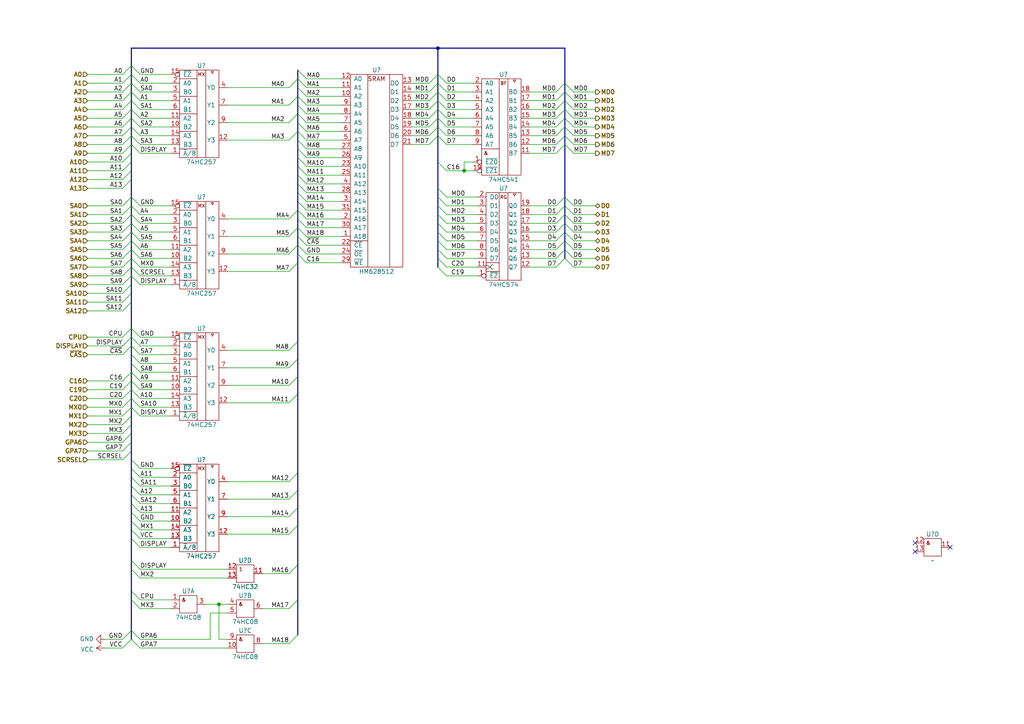
<source format=kicad_sch>
(kicad_sch (version 20211123) (generator eeschema)
  (paper "A4")
  (bus_alias "MADDRESS" (members "MA0" "MA1" "MA2" "MA3" "MA4" "MA5" "MA6" "MA7" "MA8" "MA9" "MA10" "MA11" "MA12" "MA13" "MA14" "MA15" "MA16" "MA17" "MA18"))
  (junction (at 134.62 49.53))
  (junction (at 63.5 175.26))
  (junction (at 127 13.97))
  (no_connect (at 265.43 160.02))
  (no_connect (at 275.59 158.75))
  (no_connect (at 265.43 157.48))
  (bus_entry (at 38.1 135.89) (size 2.54 2.54))
  (bus_entry (at 38.1 77.47) (size 2.54 2.54))
  (bus_entry (at 127 74.93) (size 2.54 2.54))
  (bus_entry (at 38.1 82.55) (size -2.54 2.54))
  (bus_entry (at 38.1 85.09) (size -2.54 2.54))
  (bus_entry (at 161.29 72.39) (size 2.54 -2.54))
  (bus_entry (at 127 62.23) (size 2.54 2.54))
  (bus_entry (at 83.82 101.6) (size 2.54 -2.54))
  (bus_entry (at 83.82 35.56) (size 2.54 -2.54))
  (bus_entry (at 161.29 44.45) (size 2.54 -2.54))
  (bus_entry (at 83.82 63.5) (size 2.54 -2.54))
  (bus_entry (at 38.1 133.35) (size 2.54 2.54))
  (bus_entry (at 35.56 125.73) (size 2.54 -2.54))
  (bus_entry (at 166.37 64.77) (size -2.54 -2.54))
  (bus_entry (at 86.36 48.26) (size 2.54 2.54))
  (bus_entry (at 38.1 151.13) (size 2.54 2.54))
  (bus_entry (at 38.1 24.13) (size -2.54 2.54))
  (bus_entry (at 38.1 19.05) (size 2.54 2.54))
  (bus_entry (at 86.36 33.02) (size 2.54 2.54))
  (bus_entry (at 38.1 110.49) (size 2.54 2.54))
  (bus_entry (at 86.36 73.66) (size 2.54 2.54))
  (bus_entry (at 86.36 63.5) (size 2.54 2.54))
  (bus_entry (at 38.1 87.63) (size -2.54 2.54))
  (bus_entry (at 38.1 148.59) (size 2.54 2.54))
  (bus_entry (at 38.1 31.75) (size -2.54 2.54))
  (bus_entry (at 38.1 107.95) (size -2.54 2.54))
  (bus_entry (at 38.1 67.31) (size -2.54 2.54))
  (bus_entry (at 163.83 34.29) (size 2.54 2.54))
  (bus_entry (at 86.36 68.58) (size 2.54 2.54))
  (bus_entry (at 38.1 80.01) (size -2.54 2.54))
  (bus_entry (at 38.1 21.59) (size -2.54 2.54))
  (bus_entry (at 127 54.61) (size 2.54 2.54))
  (bus_entry (at 38.1 115.57) (size 2.54 2.54))
  (bus_entry (at 38.1 59.69) (size 2.54 2.54))
  (bus_entry (at 38.1 46.99) (size -2.54 2.54))
  (bus_entry (at 35.56 130.81) (size 2.54 -2.54))
  (bus_entry (at 38.1 21.59) (size 2.54 2.54))
  (bus_entry (at 163.83 36.83) (size 2.54 2.54))
  (bus_entry (at 86.36 55.88) (size 2.54 2.54))
  (bus_entry (at 83.82 111.76) (size 2.54 -2.54))
  (bus_entry (at 38.1 57.15) (size 2.54 2.54))
  (bus_entry (at 38.1 138.43) (size 2.54 2.54))
  (bus_entry (at 86.36 53.34) (size 2.54 2.54))
  (bus_entry (at 166.37 77.47) (size -2.54 -2.54))
  (bus_entry (at 38.1 80.01) (size 2.54 2.54))
  (bus_entry (at 38.1 146.05) (size 2.54 2.54))
  (bus_entry (at 161.29 34.29) (size 2.54 -2.54))
  (bus_entry (at 38.1 41.91) (size 2.54 2.54))
  (bus_entry (at 161.29 67.31) (size 2.54 -2.54))
  (bus_entry (at 166.37 62.23) (size -2.54 -2.54))
  (bus_entry (at 127 69.85) (size 2.54 2.54))
  (bus_entry (at 38.1 49.53) (size -2.54 2.54))
  (bus_entry (at 86.36 71.12) (size 2.54 2.54))
  (bus_entry (at 83.82 106.68) (size 2.54 -2.54))
  (bus_entry (at 38.1 62.23) (size 2.54 2.54))
  (bus_entry (at 38.1 34.29) (size -2.54 2.54))
  (bus_entry (at 38.1 59.69) (size -2.54 2.54))
  (bus_entry (at 38.1 118.11) (size -2.54 2.54))
  (bus_entry (at 38.1 97.79) (size -2.54 2.54))
  (bus_entry (at 166.37 67.31) (size -2.54 -2.54))
  (bus_entry (at 83.82 176.53) (size 2.54 -2.54))
  (bus_entry (at 86.36 58.42) (size 2.54 2.54))
  (bus_entry (at 83.82 78.74) (size 2.54 -2.54))
  (bus_entry (at 38.1 153.67) (size 2.54 2.54))
  (bus_entry (at 38.1 156.21) (size 2.54 2.54))
  (bus_entry (at 161.29 59.69) (size 2.54 -2.54))
  (bus_entry (at 83.82 139.7) (size 2.54 -2.54))
  (bus_entry (at 161.29 36.83) (size 2.54 -2.54))
  (bus_entry (at 163.83 29.21) (size 2.54 2.54))
  (bus_entry (at 38.1 95.25) (size -2.54 2.54))
  (bus_entry (at 163.83 26.67) (size 2.54 2.54))
  (bus_entry (at 38.1 72.39) (size 2.54 2.54))
  (bus_entry (at 35.56 187.96) (size 2.54 -2.54))
  (bus_entry (at 161.29 29.21) (size 2.54 -2.54))
  (bus_entry (at 127 72.39) (size 2.54 2.54))
  (bus_entry (at 38.1 74.93) (size 2.54 2.54))
  (bus_entry (at 127 46.99) (size 2.54 2.54))
  (bus_entry (at 86.36 38.1) (size 2.54 2.54))
  (bus_entry (at 38.1 115.57) (size -2.54 2.54))
  (bus_entry (at 38.1 39.37) (size 2.54 2.54))
  (bus_entry (at 38.1 100.33) (size -2.54 2.54))
  (bus_entry (at 161.29 39.37) (size 2.54 -2.54))
  (bus_entry (at 163.83 24.13) (size 2.54 2.54))
  (bus_entry (at 86.36 35.56) (size 2.54 2.54))
  (bus_entry (at 35.56 128.27) (size 2.54 -2.54))
  (bus_entry (at 38.1 69.85) (size 2.54 2.54))
  (bus_entry (at 83.82 25.4) (size 2.54 -2.54))
  (bus_entry (at 83.82 154.94) (size 2.54 -2.54))
  (bus_entry (at 127 39.37) (size -2.54 2.54))
  (bus_entry (at 127 21.59) (size -2.54 2.54))
  (bus_entry (at 127 24.13) (size -2.54 2.54))
  (bus_entry (at 127 26.67) (size -2.54 2.54))
  (bus_entry (at 127 29.21) (size -2.54 2.54))
  (bus_entry (at 127 31.75) (size -2.54 2.54))
  (bus_entry (at 127 34.29) (size -2.54 2.54))
  (bus_entry (at 127 36.83) (size -2.54 2.54))
  (bus_entry (at 38.1 110.49) (size -2.54 2.54))
  (bus_entry (at 38.1 173.99) (size 2.54 2.54))
  (bus_entry (at 38.1 182.88) (size 2.54 2.54))
  (bus_entry (at 38.1 171.45) (size 2.54 2.54))
  (bus_entry (at 38.1 162.56) (size 2.54 2.54))
  (bus_entry (at 38.1 165.1) (size 2.54 2.54))
  (bus_entry (at 38.1 185.42) (size 2.54 2.54))
  (bus_entry (at 38.1 62.23) (size -2.54 2.54))
  (bus_entry (at 83.82 40.64) (size 2.54 -2.54))
  (bus_entry (at 86.36 22.86) (size 2.54 2.54))
  (bus_entry (at 127 57.15) (size 2.54 2.54))
  (bus_entry (at 166.37 59.69) (size -2.54 -2.54))
  (bus_entry (at 83.82 30.48) (size 2.54 -2.54))
  (bus_entry (at 38.1 100.33) (size 2.54 2.54))
  (bus_entry (at 86.36 50.8) (size 2.54 2.54))
  (bus_entry (at 86.36 27.94) (size 2.54 2.54))
  (bus_entry (at 38.1 26.67) (size 2.54 2.54))
  (bus_entry (at 83.82 149.86) (size 2.54 -2.54))
  (bus_entry (at 38.1 77.47) (size -2.54 2.54))
  (bus_entry (at 161.29 62.23) (size 2.54 -2.54))
  (bus_entry (at 83.82 166.37) (size 2.54 -2.54))
  (bus_entry (at 38.1 67.31) (size 2.54 2.54))
  (bus_entry (at 86.36 45.72) (size 2.54 2.54))
  (bus_entry (at 161.29 77.47) (size 2.54 -2.54))
  (bus_entry (at 38.1 29.21) (size 2.54 2.54))
  (bus_entry (at 127 67.31) (size 2.54 2.54))
  (bus_entry (at 38.1 105.41) (size 2.54 2.54))
  (bus_entry (at 38.1 107.95) (size 2.54 2.54))
  (bus_entry (at 38.1 44.45) (size -2.54 2.54))
  (bus_entry (at 38.1 69.85) (size -2.54 2.54))
  (bus_entry (at 38.1 113.03) (size 2.54 2.54))
  (bus_entry (at 163.83 39.37) (size 2.54 2.54))
  (bus_entry (at 35.56 185.42) (size 2.54 -2.54))
  (bus_entry (at 38.1 31.75) (size 2.54 2.54))
  (bus_entry (at 38.1 74.93) (size -2.54 2.54))
  (bus_entry (at 38.1 41.91) (size -2.54 2.54))
  (bus_entry (at 163.83 41.91) (size 2.54 2.54))
  (bus_entry (at 161.29 26.67) (size 2.54 -2.54))
  (bus_entry (at 86.36 40.64) (size 2.54 2.54))
  (bus_entry (at 38.1 39.37) (size -2.54 2.54))
  (bus_entry (at 163.83 31.75) (size 2.54 2.54))
  (bus_entry (at 83.82 68.58) (size 2.54 -2.54))
  (bus_entry (at 38.1 36.83) (size 2.54 2.54))
  (bus_entry (at 166.37 72.39) (size -2.54 -2.54))
  (bus_entry (at 38.1 102.87) (size 2.54 2.54))
  (bus_entry (at 38.1 72.39) (size -2.54 2.54))
  (bus_entry (at 86.36 20.32) (size 2.54 2.54))
  (bus_entry (at 38.1 118.11) (size 2.54 2.54))
  (bus_entry (at 161.29 41.91) (size 2.54 -2.54))
  (bus_entry (at 86.36 60.96) (size 2.54 2.54))
  (bus_entry (at 38.1 34.29) (size 2.54 2.54))
  (bus_entry (at 38.1 64.77) (size 2.54 2.54))
  (bus_entry (at 38.1 36.83) (size -2.54 2.54))
  (bus_entry (at 127 59.69) (size 2.54 2.54))
  (bus_entry (at 127 26.67) (size 2.54 2.54))
  (bus_entry (at 127 24.13) (size 2.54 2.54))
  (bus_entry (at 127 21.59) (size 2.54 2.54))
  (bus_entry (at 127 39.37) (size 2.54 2.54))
  (bus_entry (at 127 36.83) (size 2.54 2.54))
  (bus_entry (at 127 34.29) (size 2.54 2.54))
  (bus_entry (at 127 31.75) (size 2.54 2.54))
  (bus_entry (at 127 29.21) (size 2.54 2.54))
  (bus_entry (at 38.1 52.07) (size -2.54 2.54))
  (bus_entry (at 38.1 113.03) (size -2.54 2.54))
  (bus_entry (at 38.1 29.21) (size -2.54 2.54))
  (bus_entry (at 83.82 116.84) (size 2.54 -2.54))
  (bus_entry (at 83.82 144.78) (size 2.54 -2.54))
  (bus_entry (at 161.29 64.77) (size 2.54 -2.54))
  (bus_entry (at 86.36 66.04) (size 2.54 2.54))
  (bus_entry (at 161.29 74.93) (size 2.54 -2.54))
  (bus_entry (at 86.36 25.4) (size 2.54 2.54))
  (bus_entry (at 38.1 26.67) (size -2.54 2.54))
  (bus_entry (at 38.1 64.77) (size -2.54 2.54))
  (bus_entry (at 38.1 130.81) (size -2.54 2.54))
  (bus_entry (at 38.1 120.65) (size -2.54 2.54))
  (bus_entry (at 86.36 30.48) (size 2.54 2.54))
  (bus_entry (at 161.29 31.75) (size 2.54 -2.54))
  (bus_entry (at 38.1 24.13) (size 2.54 2.54))
  (bus_entry (at 166.37 69.85) (size -2.54 -2.54))
  (bus_entry (at 83.82 73.66) (size 2.54 -2.54))
  (bus_entry (at 86.36 43.18) (size 2.54 2.54))
  (bus_entry (at 166.37 74.93) (size -2.54 -2.54))
  (bus_entry (at 127 77.47) (size 2.54 2.54))
  (bus_entry (at 38.1 95.25) (size 2.54 2.54))
  (bus_entry (at 38.1 19.05) (size -2.54 2.54))
  (bus_entry (at 38.1 140.97) (size 2.54 2.54))
  (bus_entry (at 38.1 97.79) (size 2.54 2.54))
  (bus_entry (at 38.1 57.15) (size -2.54 2.54))
  (bus_entry (at 38.1 143.51) (size 2.54 2.54))
  (bus_entry (at 127 64.77) (size 2.54 2.54))
  (bus_entry (at 161.29 69.85) (size 2.54 -2.54))
  (bus_entry (at 83.82 186.69) (size 2.54 -2.54))
  (wire (pts (xy 88.9 76.2) (xy 99.06 76.2)))
  (bus (pts (xy 38.1 140.97) (xy 38.1 143.51)))
  (bus (pts (xy 38.1 85.09) (xy 38.1 87.63)))
  (wire (pts (xy 59.69 175.26) (xy 63.5 175.26)))
  (bus (pts (xy 38.1 69.85) (xy 38.1 72.39)))
  (wire (pts (xy 35.56 67.31) (xy 25.4 67.31)))
  (wire (pts (xy 49.53 62.23) (xy 40.64 62.23)))
  (wire (pts (xy 49.53 64.77) (xy 40.64 64.77)))
  (bus (pts (xy 127 62.23) (xy 127 64.77)))
  (wire (pts (xy 35.56 44.45) (xy 25.4 44.45)))
  (bus (pts (xy 127 29.21) (xy 127 31.75)))
  (wire (pts (xy 88.9 27.94) (xy 99.06 27.94)))
  (bus (pts (xy 86.36 40.64) (xy 86.36 43.18)))
  (wire (pts (xy 35.56 123.19) (xy 25.4 123.19)))
  (wire (pts (xy 49.53 41.91) (xy 40.64 41.91)))
  (bus (pts (xy 86.36 38.1) (xy 86.36 40.64)))
  (bus (pts (xy 163.83 59.69) (xy 163.83 62.23)))
  (bus (pts (xy 38.1 120.65) (xy 38.1 123.19)))
  (bus (pts (xy 38.1 105.41) (xy 38.1 107.95)))
  (wire (pts (xy 153.67 62.23) (xy 161.29 62.23)))
  (bus (pts (xy 38.1 26.67) (xy 38.1 29.21)))
  (wire (pts (xy 88.9 35.56) (xy 99.06 35.56)))
  (bus (pts (xy 163.83 39.37) (xy 163.83 41.91)))
  (bus (pts (xy 127 57.15) (xy 127 59.69)))
  (wire (pts (xy 83.82 111.76) (xy 66.04 111.76)))
  (wire (pts (xy 35.56 130.81) (xy 25.4 130.81)))
  (wire (pts (xy 49.53 29.21) (xy 40.64 29.21)))
  (bus (pts (xy 38.1 138.43) (xy 38.1 140.97)))
  (wire (pts (xy 129.54 72.39) (xy 138.43 72.39)))
  (wire (pts (xy 119.38 31.75) (xy 124.46 31.75)))
  (wire (pts (xy 35.56 31.75) (xy 25.4 31.75)))
  (wire (pts (xy 88.9 60.96) (xy 99.06 60.96)))
  (bus (pts (xy 127 54.61) (xy 127 57.15)))
  (wire (pts (xy 119.38 36.83) (xy 124.46 36.83)))
  (wire (pts (xy 129.54 26.67) (xy 137.16 26.67)))
  (wire (pts (xy 129.54 62.23) (xy 138.43 62.23)))
  (wire (pts (xy 119.38 26.67) (xy 124.46 26.67)))
  (wire (pts (xy 49.53 138.43) (xy 40.64 138.43)))
  (wire (pts (xy 88.9 66.04) (xy 99.06 66.04)))
  (bus (pts (xy 38.1 171.45) (xy 38.1 173.99)))
  (wire (pts (xy 49.53 148.59) (xy 40.64 148.59)))
  (bus (pts (xy 38.1 49.53) (xy 38.1 52.07)))
  (wire (pts (xy 35.56 24.13) (xy 25.4 24.13)))
  (wire (pts (xy 49.53 140.97) (xy 40.64 140.97)))
  (bus (pts (xy 38.1 118.11) (xy 38.1 120.65)))
  (bus (pts (xy 163.83 31.75) (xy 163.83 34.29)))
  (wire (pts (xy 49.53 105.41) (xy 40.64 105.41)))
  (bus (pts (xy 38.1 80.01) (xy 38.1 82.55)))
  (wire (pts (xy 35.56 41.91) (xy 25.4 41.91)))
  (bus (pts (xy 86.36 99.06) (xy 86.36 104.14)))
  (bus (pts (xy 86.36 109.22) (xy 86.36 114.3)))
  (wire (pts (xy 172.72 64.77) (xy 166.37 64.77)))
  (wire (pts (xy 35.56 59.69) (xy 25.4 59.69)))
  (wire (pts (xy 66.04 165.1) (xy 40.64 165.1)))
  (wire (pts (xy 63.5 175.26) (xy 63.5 185.42)))
  (bus (pts (xy 86.36 30.48) (xy 86.36 33.02)))
  (bus (pts (xy 38.1 57.15) (xy 38.1 59.69)))
  (wire (pts (xy 83.82 186.69) (xy 76.2 186.69)))
  (bus (pts (xy 38.1 52.07) (xy 38.1 57.15)))
  (bus (pts (xy 163.83 34.29) (xy 163.83 36.83)))
  (bus (pts (xy 38.1 39.37) (xy 38.1 41.91)))
  (bus (pts (xy 86.36 142.24) (xy 86.36 147.32)))
  (wire (pts (xy 49.53 34.29) (xy 40.64 34.29)))
  (wire (pts (xy 83.82 106.68) (xy 66.04 106.68)))
  (wire (pts (xy 153.67 72.39) (xy 161.29 72.39)))
  (wire (pts (xy 153.67 29.21) (xy 161.29 29.21)))
  (bus (pts (xy 86.36 33.02) (xy 86.36 35.56)))
  (wire (pts (xy 153.67 41.91) (xy 161.29 41.91)))
  (bus (pts (xy 38.1 100.33) (xy 38.1 102.87)))
  (wire (pts (xy 35.56 87.63) (xy 25.4 87.63)))
  (wire (pts (xy 60.96 177.8) (xy 60.96 185.42)))
  (bus (pts (xy 127 13.97) (xy 163.83 13.97)))
  (wire (pts (xy 88.9 40.64) (xy 99.06 40.64)))
  (wire (pts (xy 83.82 144.78) (xy 66.04 144.78)))
  (wire (pts (xy 49.53 113.03) (xy 40.64 113.03)))
  (wire (pts (xy 129.54 31.75) (xy 137.16 31.75)))
  (wire (pts (xy 40.64 173.99) (xy 49.53 173.99)))
  (bus (pts (xy 127 34.29) (xy 127 36.83)))
  (wire (pts (xy 35.56 133.35) (xy 25.4 133.35)))
  (wire (pts (xy 63.5 175.26) (xy 66.04 175.26)))
  (wire (pts (xy 166.37 34.29) (xy 172.72 34.29)))
  (wire (pts (xy 35.56 64.77) (xy 25.4 64.77)))
  (wire (pts (xy 134.62 46.99) (xy 134.62 49.53)))
  (wire (pts (xy 88.9 63.5) (xy 99.06 63.5)))
  (bus (pts (xy 127 36.83) (xy 127 39.37)))
  (wire (pts (xy 83.82 149.86) (xy 66.04 149.86)))
  (wire (pts (xy 166.37 36.83) (xy 172.72 36.83)))
  (bus (pts (xy 38.1 59.69) (xy 38.1 62.23)))
  (wire (pts (xy 49.53 39.37) (xy 40.64 39.37)))
  (wire (pts (xy 119.38 41.91) (xy 124.46 41.91)))
  (wire (pts (xy 83.82 101.6) (xy 66.04 101.6)))
  (wire (pts (xy 172.72 72.39) (xy 166.37 72.39)))
  (wire (pts (xy 83.82 116.84) (xy 66.04 116.84)))
  (bus (pts (xy 86.36 43.18) (xy 86.36 45.72)))
  (wire (pts (xy 35.56 120.65) (xy 25.4 120.65)))
  (bus (pts (xy 163.83 24.13) (xy 163.83 26.67)))
  (wire (pts (xy 172.72 67.31) (xy 166.37 67.31)))
  (wire (pts (xy 161.29 34.29) (xy 153.67 34.29)))
  (wire (pts (xy 35.56 21.59) (xy 25.4 21.59)))
  (wire (pts (xy 83.82 68.58) (xy 66.04 68.58)))
  (wire (pts (xy 172.72 62.23) (xy 166.37 62.23)))
  (wire (pts (xy 49.53 67.31) (xy 40.64 67.31)))
  (wire (pts (xy 166.37 39.37) (xy 172.72 39.37)))
  (wire (pts (xy 83.82 166.37) (xy 76.2 166.37)))
  (bus (pts (xy 38.1 72.39) (xy 38.1 74.93)))
  (wire (pts (xy 35.56 110.49) (xy 25.4 110.49)))
  (wire (pts (xy 35.56 113.03) (xy 25.4 113.03)))
  (wire (pts (xy 49.53 21.59) (xy 40.64 21.59)))
  (wire (pts (xy 40.64 82.55) (xy 49.53 82.55)))
  (wire (pts (xy 88.9 53.34) (xy 99.06 53.34)))
  (wire (pts (xy 35.56 54.61) (xy 25.4 54.61)))
  (bus (pts (xy 127 24.13) (xy 127 26.67)))
  (wire (pts (xy 88.9 55.88) (xy 99.06 55.88)))
  (bus (pts (xy 38.1 67.31) (xy 38.1 69.85)))
  (bus (pts (xy 86.36 152.4) (xy 86.36 163.83)))
  (wire (pts (xy 129.54 64.77) (xy 138.43 64.77)))
  (wire (pts (xy 99.06 71.12) (xy 88.9 71.12)))
  (wire (pts (xy 129.54 59.69) (xy 138.43 59.69)))
  (wire (pts (xy 83.82 63.5) (xy 66.04 63.5)))
  (bus (pts (xy 38.1 13.97) (xy 38.1 19.05)))
  (bus (pts (xy 38.1 156.21) (xy 38.1 162.56)))
  (wire (pts (xy 83.82 73.66) (xy 66.04 73.66)))
  (bus (pts (xy 163.83 36.83) (xy 163.83 39.37)))
  (wire (pts (xy 172.72 77.47) (xy 166.37 77.47)))
  (wire (pts (xy 35.56 128.27) (xy 25.4 128.27)))
  (wire (pts (xy 35.56 97.79) (xy 25.4 97.79)))
  (wire (pts (xy 88.9 43.18) (xy 99.06 43.18)))
  (bus (pts (xy 38.1 19.05) (xy 38.1 21.59)))
  (wire (pts (xy 35.56 185.42) (xy 30.48 185.42)))
  (wire (pts (xy 35.56 90.17) (xy 25.4 90.17)))
  (wire (pts (xy 49.53 72.39) (xy 40.64 72.39)))
  (wire (pts (xy 49.53 100.33) (xy 40.64 100.33)))
  (wire (pts (xy 49.53 31.75) (xy 40.64 31.75)))
  (bus (pts (xy 127 72.39) (xy 127 74.93)))
  (bus (pts (xy 86.36 71.12) (xy 86.36 73.66)))
  (bus (pts (xy 127 46.99) (xy 127 54.61)))
  (wire (pts (xy 129.54 29.21) (xy 137.16 29.21)))
  (bus (pts (xy 38.1 82.55) (xy 38.1 85.09)))
  (bus (pts (xy 86.36 163.83) (xy 86.36 173.99)))
  (bus (pts (xy 38.1 153.67) (xy 38.1 156.21)))
  (bus (pts (xy 86.36 104.14) (xy 86.36 109.22)))
  (bus (pts (xy 86.36 147.32) (xy 86.36 152.4)))
  (bus (pts (xy 163.83 26.67) (xy 163.83 29.21)))
  (wire (pts (xy 35.56 82.55) (xy 25.4 82.55)))
  (wire (pts (xy 40.64 187.96) (xy 66.04 187.96)))
  (wire (pts (xy 35.56 118.11) (xy 25.4 118.11)))
  (bus (pts (xy 86.36 20.32) (xy 86.36 22.86)))
  (wire (pts (xy 35.56 52.07) (xy 25.4 52.07)))
  (bus (pts (xy 86.36 137.16) (xy 86.36 142.24)))
  (wire (pts (xy 153.67 77.47) (xy 161.29 77.47)))
  (wire (pts (xy 83.82 35.56) (xy 66.04 35.56)))
  (wire (pts (xy 35.56 74.93) (xy 25.4 74.93)))
  (wire (pts (xy 40.64 185.42) (xy 60.96 185.42)))
  (wire (pts (xy 166.37 29.21) (xy 172.72 29.21)))
  (wire (pts (xy 35.56 85.09) (xy 25.4 85.09)))
  (bus (pts (xy 38.1 64.77) (xy 38.1 67.31)))
  (wire (pts (xy 88.9 33.02) (xy 99.06 33.02)))
  (wire (pts (xy 49.53 135.89) (xy 40.64 135.89)))
  (wire (pts (xy 35.56 29.21) (xy 25.4 29.21)))
  (bus (pts (xy 38.1 36.83) (xy 38.1 39.37)))
  (wire (pts (xy 49.53 118.11) (xy 40.64 118.11)))
  (bus (pts (xy 86.36 55.88) (xy 86.36 58.42)))
  (bus (pts (xy 163.83 62.23) (xy 163.83 64.77)))
  (wire (pts (xy 49.53 156.21) (xy 40.64 156.21)))
  (bus (pts (xy 163.83 57.15) (xy 163.83 59.69)))
  (wire (pts (xy 49.53 120.65) (xy 40.64 120.65)))
  (bus (pts (xy 86.36 22.86) (xy 86.36 25.4)))
  (wire (pts (xy 49.53 74.93) (xy 40.64 74.93)))
  (bus (pts (xy 38.1 162.56) (xy 38.1 165.1)))
  (wire (pts (xy 172.72 69.85) (xy 166.37 69.85)))
  (bus (pts (xy 38.1 77.47) (xy 38.1 80.01)))
  (wire (pts (xy 83.82 25.4) (xy 66.04 25.4)))
  (bus (pts (xy 127 64.77) (xy 127 67.31)))
  (wire (pts (xy 88.9 38.1) (xy 99.06 38.1)))
  (wire (pts (xy 49.53 26.67) (xy 40.64 26.67)))
  (wire (pts (xy 129.54 49.53) (xy 134.62 49.53)))
  (wire (pts (xy 49.53 151.13) (xy 40.64 151.13)))
  (wire (pts (xy 134.62 49.53) (xy 137.16 49.53)))
  (wire (pts (xy 35.56 39.37) (xy 25.4 39.37)))
  (bus (pts (xy 127 69.85) (xy 127 72.39)))
  (bus (pts (xy 38.1 97.79) (xy 38.1 100.33)))
  (wire (pts (xy 161.29 36.83) (xy 153.67 36.83)))
  (wire (pts (xy 88.9 50.8) (xy 99.06 50.8)))
  (wire (pts (xy 166.37 26.67) (xy 172.72 26.67)))
  (bus (pts (xy 38.1 87.63) (xy 38.1 95.25)))
  (bus (pts (xy 38.1 146.05) (xy 38.1 148.59)))
  (wire (pts (xy 25.4 125.73) (xy 35.56 125.73)))
  (wire (pts (xy 172.72 74.93) (xy 166.37 74.93)))
  (wire (pts (xy 119.38 34.29) (xy 124.46 34.29)))
  (wire (pts (xy 119.38 24.13) (xy 124.46 24.13)))
  (bus (pts (xy 86.36 114.3) (xy 86.36 137.16)))
  (wire (pts (xy 35.56 34.29) (xy 25.4 34.29)))
  (wire (pts (xy 166.37 31.75) (xy 172.72 31.75)))
  (bus (pts (xy 38.1 182.88) (xy 38.1 185.42)))
  (wire (pts (xy 137.16 46.99) (xy 134.62 46.99)))
  (bus (pts (xy 38.1 95.25) (xy 38.1 97.79)))
  (wire (pts (xy 129.54 57.15) (xy 138.43 57.15)))
  (wire (pts (xy 172.72 59.69) (xy 166.37 59.69)))
  (wire (pts (xy 40.64 176.53) (xy 49.53 176.53)))
  (bus (pts (xy 127 39.37) (xy 127 46.99)))
  (wire (pts (xy 49.53 24.13) (xy 40.64 24.13)))
  (wire (pts (xy 49.53 36.83) (xy 40.64 36.83)))
  (bus (pts (xy 163.83 72.39) (xy 163.83 74.93)))
  (wire (pts (xy 35.56 62.23) (xy 25.4 62.23)))
  (wire (pts (xy 49.53 107.95) (xy 40.64 107.95)))
  (bus (pts (xy 38.1 44.45) (xy 38.1 46.99)))
  (wire (pts (xy 49.53 115.57) (xy 40.64 115.57)))
  (wire (pts (xy 129.54 67.31) (xy 138.43 67.31)))
  (wire (pts (xy 83.82 154.94) (xy 66.04 154.94)))
  (wire (pts (xy 129.54 36.83) (xy 137.16 36.83)))
  (bus (pts (xy 38.1 148.59) (xy 38.1 151.13)))
  (bus (pts (xy 38.1 102.87) (xy 38.1 105.41)))
  (wire (pts (xy 153.67 74.93) (xy 161.29 74.93)))
  (wire (pts (xy 83.82 30.48) (xy 66.04 30.48)))
  (wire (pts (xy 88.9 58.42) (xy 99.06 58.42)))
  (bus (pts (xy 38.1 13.97) (xy 127 13.97)))
  (bus (pts (xy 38.1 151.13) (xy 38.1 153.67)))
  (wire (pts (xy 49.53 146.05) (xy 40.64 146.05)))
  (bus (pts (xy 86.36 25.4) (xy 86.36 27.94)))
  (wire (pts (xy 129.54 74.93) (xy 138.43 74.93)))
  (bus (pts (xy 163.83 69.85) (xy 163.83 72.39)))
  (wire (pts (xy 153.67 64.77) (xy 161.29 64.77)))
  (bus (pts (xy 38.1 110.49) (xy 38.1 113.03)))
  (wire (pts (xy 129.54 80.01) (xy 138.43 80.01)))
  (bus (pts (xy 38.1 21.59) (xy 38.1 24.13)))
  (wire (pts (xy 49.53 59.69) (xy 40.64 59.69)))
  (bus (pts (xy 38.1 24.13) (xy 38.1 26.67)))
  (bus (pts (xy 38.1 173.99) (xy 38.1 182.88)))
  (wire (pts (xy 88.9 45.72) (xy 99.06 45.72)))
  (bus (pts (xy 127 21.59) (xy 127 24.13)))
  (wire (pts (xy 119.38 39.37) (xy 124.46 39.37)))
  (wire (pts (xy 60.96 177.8) (xy 66.04 177.8)))
  (wire (pts (xy 35.56 115.57) (xy 25.4 115.57)))
  (wire (pts (xy 35.56 187.96) (xy 30.48 187.96)))
  (bus (pts (xy 38.1 133.35) (xy 38.1 135.89)))
  (bus (pts (xy 86.36 53.34) (xy 86.36 55.88)))
  (bus (pts (xy 86.36 73.66) (xy 86.36 76.2)))
  (wire (pts (xy 88.9 48.26) (xy 99.06 48.26)))
  (bus (pts (xy 163.83 29.21) (xy 163.83 31.75)))
  (wire (pts (xy 129.54 69.85) (xy 138.43 69.85)))
  (bus (pts (xy 86.36 68.58) (xy 86.36 71.12)))
  (bus (pts (xy 86.36 48.26) (xy 86.36 50.8)))
  (wire (pts (xy 88.9 73.66) (xy 99.06 73.66)))
  (bus (pts (xy 38.1 107.95) (xy 38.1 110.49)))
  (bus (pts (xy 38.1 123.19) (xy 38.1 125.73)))
  (bus (pts (xy 86.36 50.8) (xy 86.36 53.34)))
  (bus (pts (xy 127 31.75) (xy 127 34.29)))
  (wire (pts (xy 35.56 77.47) (xy 25.4 77.47)))
  (wire (pts (xy 88.9 25.4) (xy 99.06 25.4)))
  (wire (pts (xy 35.56 72.39) (xy 25.4 72.39)))
  (bus (pts (xy 86.36 60.96) (xy 86.36 63.5)))
  (bus (pts (xy 38.1 62.23) (xy 38.1 64.77)))
  (bus (pts (xy 38.1 31.75) (xy 38.1 34.29)))
  (bus (pts (xy 86.36 63.5) (xy 86.36 66.04)))
  (wire (pts (xy 35.56 69.85) (xy 25.4 69.85)))
  (bus (pts (xy 38.1 130.81) (xy 38.1 133.35)))
  (wire (pts (xy 153.67 44.45) (xy 161.29 44.45)))
  (wire (pts (xy 129.54 24.13) (xy 137.16 24.13)))
  (wire (pts (xy 88.9 22.86) (xy 99.06 22.86)))
  (bus (pts (xy 127 67.31) (xy 127 69.85)))
  (bus (pts (xy 163.83 64.77) (xy 163.83 67.31)))
  (bus (pts (xy 127 74.93) (xy 127 77.47)))
  (bus (pts (xy 38.1 46.99) (xy 38.1 49.53)))
  (wire (pts (xy 83.82 40.64) (xy 66.04 40.64)))
  (wire (pts (xy 166.37 44.45) (xy 172.72 44.45)))
  (wire (pts (xy 129.54 41.91) (xy 137.16 41.91)))
  (wire (pts (xy 40.64 158.75) (xy 49.53 158.75)))
  (wire (pts (xy 35.56 26.67) (xy 25.4 26.67)))
  (wire (pts (xy 49.53 80.01) (xy 40.64 80.01)))
  (bus (pts (xy 86.36 27.94) (xy 86.36 30.48)))
  (wire (pts (xy 49.53 110.49) (xy 40.64 110.49)))
  (bus (pts (xy 38.1 74.93) (xy 38.1 77.47)))
  (wire (pts (xy 129.54 77.47) (xy 138.43 77.47)))
  (wire (pts (xy 129.54 39.37) (xy 137.16 39.37)))
  (bus (pts (xy 86.36 45.72) (xy 86.36 48.26)))
  (bus (pts (xy 163.83 41.91) (xy 163.83 57.15)))
  (wire (pts (xy 88.9 68.58) (xy 99.06 68.58)))
  (wire (pts (xy 88.9 30.48) (xy 99.06 30.48)))
  (bus (pts (xy 127 26.67) (xy 127 29.21)))
  (wire (pts (xy 35.56 49.53) (xy 25.4 49.53)))
  (wire (pts (xy 49.53 44.45) (xy 40.64 44.45)))
  (wire (pts (xy 153.67 39.37) (xy 161.29 39.37)))
  (wire (pts (xy 153.67 26.67) (xy 161.29 26.67)))
  (wire (pts (xy 35.56 102.87) (xy 25.4 102.87)))
  (wire (pts (xy 35.56 80.01) (xy 25.4 80.01)))
  (wire (pts (xy 49.53 69.85) (xy 40.64 69.85)))
  (wire (pts (xy 49.53 153.67) (xy 40.64 153.67)))
  (wire (pts (xy 129.54 34.29) (xy 137.16 34.29)))
  (wire (pts (xy 66.04 167.64) (xy 40.64 167.64)))
  (bus (pts (xy 38.1 128.27) (xy 38.1 130.81)))
  (bus (pts (xy 38.1 135.89) (xy 38.1 138.43)))
  (bus (pts (xy 127 13.97) (xy 127 21.59)))
  (wire (pts (xy 49.53 102.87) (xy 40.64 102.87)))
  (bus (pts (xy 86.36 58.42) (xy 86.36 60.96)))
  (wire (pts (xy 49.53 77.47) (xy 40.64 77.47)))
  (wire (pts (xy 153.67 67.31) (xy 161.29 67.31)))
  (wire (pts (xy 119.38 29.21) (xy 124.46 29.21)))
  (wire (pts (xy 49.53 97.79) (xy 40.64 97.79)))
  (bus (pts (xy 38.1 113.03) (xy 38.1 115.57)))
  (wire (pts (xy 35.56 46.99) (xy 25.4 46.99)))
  (bus (pts (xy 127 59.69) (xy 127 62.23)))
  (wire (pts (xy 49.53 143.51) (xy 40.64 143.51)))
  (wire (pts (xy 153.67 69.85) (xy 161.29 69.85)))
  (wire (pts (xy 83.82 78.74) (xy 66.04 78.74)))
  (bus (pts (xy 163.83 13.97) (xy 163.83 24.13)))
  (bus (pts (xy 38.1 41.91) (xy 38.1 44.45)))
  (bus (pts (xy 38.1 165.1) (xy 38.1 171.45)))
  (bus (pts (xy 38.1 115.57) (xy 38.1 118.11)))
  (bus (pts (xy 38.1 29.21) (xy 38.1 31.75)))
  (wire (pts (xy 83.82 176.53) (xy 76.2 176.53)))
  (wire (pts (xy 35.56 100.33) (xy 25.4 100.33)))
  (wire (pts (xy 153.67 31.75) (xy 161.29 31.75)))
  (wire (pts (xy 153.67 59.69) (xy 161.29 59.69)))
  (wire (pts (xy 35.56 36.83) (xy 25.4 36.83)))
  (wire (pts (xy 83.82 139.7) (xy 66.04 139.7)))
  (wire (pts (xy 63.5 185.42) (xy 66.04 185.42)))
  (bus (pts (xy 86.36 66.04) (xy 86.36 68.58)))
  (bus (pts (xy 163.83 67.31) (xy 163.83 69.85)))
  (bus (pts (xy 38.1 125.73) (xy 38.1 128.27)))
  (bus (pts (xy 38.1 34.29) (xy 38.1 36.83)))
  (bus (pts (xy 86.36 35.56) (xy 86.36 38.1)))
  (wire (pts (xy 166.37 41.91) (xy 172.72 41.91)))
  (bus (pts (xy 86.36 173.99) (xy 86.36 184.15)))
  (bus (pts (xy 38.1 143.51) (xy 38.1 146.05)))
  (bus (pts (xy 86.36 76.2) (xy 86.36 99.06)))
  (label "SA8" (at 40.64 107.95 0))
  (label "A10" (at 40.64 115.57 0))
  (label "MA12" (at 83.82 139.7 180))
  (label "MA18" (at 88.9 68.58 0))
  (label "DISPLAY" (at 40.64 82.55 0))
  (label "MA9" (at 83.82 106.68 180))
  (label "GND" (at 88.9 73.66 0))
  (label "D3" (at 158.75 67.31 0))
  (label "VCC" (at 35.56 187.96 180))
  (label "SA6" (at 40.64 74.93 0))
  (label "A5" (at 40.64 67.31 0))
  (label "MD2" (at 161.29 31.75 180))
  (label "A3" (at 40.64 39.37 0))
  (label "C16" (at 88.9 76.2 0))
  (label "MA5" (at 88.9 35.56 0))
  (label "GND" (at 40.64 135.89 0))
  (label "SA5" (at 35.56 72.39 180))
  (label "DISPLAY" (at 40.64 120.65 0))
  (label "D0" (at 129.54 24.13 0))
  (label "SA0" (at 40.64 26.67 0))
  (label "DISPLAY" (at 35.56 100.33 180))
  (label "MA10" (at 88.9 48.26 0))
  (label "SA11" (at 40.64 140.97 0))
  (label "SA3" (at 40.64 41.91 0))
  (label "SA0" (at 35.56 59.69 180))
  (label "A7" (at 40.64 100.33 0))
  (label "MD1" (at 130.81 59.69 0))
  (label "MA13" (at 83.82 144.78 180))
  (label "MA14" (at 83.82 149.86 180))
  (label "DISPLAY" (at 40.64 165.1 0))
  (label "MA6" (at 80.01 73.66 0))
  (label "CPU" (at 40.64 173.99 0))
  (label "MD0" (at 124.46 24.13 180))
  (label "D6" (at 129.54 39.37 0))
  (label "MD7" (at 124.46 41.91 180))
  (label "MA8" (at 88.9 43.18 0))
  (label "SA8" (at 35.56 80.01 180))
  (label "MX1" (at 40.64 153.67 0))
  (label "GND" (at 35.56 185.42 180))
  (label "SA5" (at 40.64 69.85 0))
  (label "A6" (at 35.56 36.83 180))
  (label "GND" (at 40.64 21.59 0))
  (label "C16" (at 129.54 49.53 0))
  (label "MD6" (at 124.46 39.37 180))
  (label "GPA6" (at 40.64 185.42 0))
  (label "A8" (at 40.64 105.41 0))
  (label "MD5" (at 161.29 39.37 180))
  (label "MA14" (at 88.9 58.42 0))
  (label "MA1" (at 88.9 25.4 0))
  (label "MA3" (at 82.55 40.64 180))
  (label "MA17" (at 83.82 176.53 180))
  (label "MD3" (at 166.37 34.29 0))
  (label "D5" (at 129.54 36.83 0))
  (label "D1" (at 168.91 62.23 180))
  (label "MD3" (at 130.81 64.77 0))
  (label "MD5" (at 130.81 69.85 0))
  (label "D1" (at 158.75 62.23 0))
  (label "GND" (at 40.64 151.13 0))
  (label "MD4" (at 124.46 34.29 180))
  (label "GND" (at 40.64 59.69 0))
  (label "A1" (at 40.64 29.21 0))
  (label "MA16" (at 88.9 63.5 0))
  (label "MA4" (at 80.01 63.5 0))
  (label "SA3" (at 35.56 67.31 180))
  (label "MA7" (at 88.9 40.64 0))
  (label "CPU" (at 35.56 97.79 180))
  (label "D2" (at 129.54 29.21 0))
  (label "A1" (at 35.56 24.13 180))
  (label "A2" (at 35.56 26.67 180))
  (label "MA11" (at 88.9 50.8 0))
  (label "C20" (at 130.81 77.47 0))
  (label "SA7" (at 40.64 102.87 0))
  (label "A3" (at 35.56 29.21 180))
  (label "SA1" (at 35.56 62.23 180))
  (label "GPA7" (at 40.64 187.96 0))
  (label "D5" (at 168.91 72.39 180))
  (label "MA15" (at 83.82 154.94 180))
  (label "D7" (at 168.91 77.47 180))
  (label "A11" (at 40.64 138.43 0))
  (label "MX0" (at 40.64 77.47 0))
  (label "SA11" (at 35.56 87.63 180))
  (label "A9" (at 40.64 110.49 0))
  (label "MD6" (at 166.37 41.91 0))
  (label "MA16" (at 83.82 166.37 180))
  (label "MD1" (at 161.29 29.21 180))
  (label "D4" (at 158.75 69.85 0))
  (label "SA9" (at 40.64 113.03 0))
  (label "A11" (at 35.56 49.53 180))
  (label "MA3" (at 88.9 30.48 0))
  (label "MD0" (at 130.81 57.15 0))
  (label "MA5" (at 80.01 68.58 0))
  (label "A7" (at 35.56 39.37 180))
  (label "MA17" (at 88.9 66.04 0))
  (label "~{CAS}" (at 35.56 102.87 180))
  (label "SA4" (at 40.64 64.77 0))
  (label "SA1" (at 40.64 31.75 0))
  (label "A0" (at 35.56 21.59 180))
  (label "D2" (at 168.91 64.77 180))
  (label "MX2" (at 40.64 167.64 0))
  (label "MA6" (at 88.9 38.1 0))
  (label "MA12" (at 88.9 53.34 0))
  (label "SA10" (at 40.64 118.11 0))
  (label "MD5" (at 166.37 39.37 0))
  (label "MA2" (at 88.9 27.94 0))
  (label "A9" (at 35.56 44.45 180))
  (label "SCRSEL" (at 40.64 80.01 0))
  (label "C19" (at 130.81 80.01 0))
  (label "MD6" (at 130.81 72.39 0))
  (label "MA18" (at 83.82 186.69 180))
  (label "D1" (at 129.54 26.67 0))
  (label "C16" (at 35.56 110.49 180))
  (label "D7" (at 129.54 41.91 0))
  (label "MD0" (at 166.37 26.67 0))
  (label "MA1" (at 82.55 30.48 180))
  (label "SA2" (at 35.56 64.77 180))
  (label "DISPLAY" (at 40.64 158.75 0))
  (label "A10" (at 35.56 46.99 180))
  (label "D3" (at 129.54 31.75 0))
  (label "GND" (at 40.64 97.79 0))
  (label "SA7" (at 35.56 77.47 180))
  (label "D7" (at 158.75 77.47 0))
  (label "MA7" (at 80.01 78.74 0))
  (label "MA2" (at 82.55 35.56 180))
  (label "MD7" (at 161.29 44.45 180))
  (label "D6" (at 168.91 74.93 180))
  (label "MD7" (at 166.37 44.45 0))
  (label "D2" (at 158.75 64.77 0))
  (label "MX1" (at 35.56 120.65 180))
  (label "D5" (at 158.75 72.39 0))
  (label "MD3" (at 161.29 34.29 180))
  (label "MA13" (at 88.9 55.88 0))
  (label "A13" (at 35.56 54.61 180))
  (label "SA2" (at 40.64 36.83 0))
  (label "MD7" (at 130.81 74.93 0))
  (label "D4" (at 168.91 69.85 180))
  (label "A12" (at 35.56 52.07 180))
  (label "D3" (at 168.91 67.31 180))
  (label "MD1" (at 124.46 26.67 180))
  (label "MD6" (at 161.29 41.91 180))
  (label "A4" (at 40.64 62.23 0))
  (label "GAP7" (at 35.56 130.81 180))
  (label "SA12" (at 35.56 90.17 180))
  (label "MA15" (at 88.9 60.96 0))
  (label "SA10" (at 35.56 85.09 180))
  (label "MD5" (at 124.46 36.83 180))
  (label "A13" (at 40.64 148.59 0))
  (label "A2" (at 40.64 34.29 0))
  (label "MD0" (at 161.29 26.67 180))
  (label "MA10" (at 83.82 111.76 180))
  (label "MD3" (at 124.46 31.75 180))
  (label "MA0" (at 88.9 22.86 0))
  (label "MA8" (at 83.82 101.6 180))
  (label "MX2" (at 35.56 123.19 180))
  (label "SA4" (at 35.56 69.85 180))
  (label "SA12" (at 40.64 146.05 0))
  (label "A12" (at 40.64 143.51 0))
  (label "MA0" (at 82.55 25.4 180))
  (label "D6" (at 158.75 74.93 0))
  (label "MX3" (at 35.56 125.73 180))
  (label "GAP6" (at 35.56 128.27 180))
  (label "A8" (at 35.56 41.91 180))
  (label "C20" (at 35.56 115.57 180))
  (label "SA6" (at 35.56 74.93 180))
  (label "VCC" (at 40.64 156.21 0))
  (label "D0" (at 158.75 59.69 0))
  (label "C19" (at 35.56 113.03 180))
  (label "SA9" (at 35.56 82.55 180))
  (label "A4" (at 35.56 31.75 180))
  (label "MX0" (at 35.56 118.11 180))
  (label "DISPLAY" (at 40.64 44.45 0))
  (label "MA4" (at 88.9 33.02 0))
  (label "MX3" (at 40.64 176.53 0))
  (label "MA9" (at 88.9 45.72 0))
  (label "A5" (at 35.56 34.29 180))
  (label "MD4" (at 161.29 36.83 180))
  (label "MD2" (at 124.46 29.21 180))
  (label "A0" (at 40.64 24.13 0))
  (label "MD2" (at 166.37 31.75 0))
  (label "D0" (at 168.91 59.69 180))
  (label "MA11" (at 83.82 116.84 180))
  (label "D4" (at 129.54 34.29 0))
  (label "A6" (at 40.64 72.39 0))
  (label "~{CAS}" (at 88.9 71.12 0))
  (label "MD2" (at 130.81 62.23 0))
  (label "MD4" (at 130.81 67.31 0))
  (label "SCRSEL" (at 35.56 133.35 180))
  (label "MD4" (at 166.37 36.83 0))
  (label "MD1" (at 166.37 29.21 0))
  (hierarchical_label "MD2" (shape output) (at 172.72 31.75 0) (effects (font (thickness 0.254) bold)))
  (hierarchical_label "SA12" (shape input) (at 25.4 90.17 180) (effects (font (thickness 0.254) bold)))
  (hierarchical_label "SA6" (shape input) (at 25.4 74.93 180) (effects (font (thickness 0.254) bold)))
  (hierarchical_label "SA10" (shape input) (at 25.4 85.09 180) (effects (font (thickness 0.254) bold)))
  (hierarchical_label "SA1" (shape input) (at 25.4 62.23 180) (effects (font (thickness 0.254) bold)))
  (hierarchical_label "A2" (shape input) (at 25.4 26.67 180) (effects (font (thickness 0.254) bold)))
  (hierarchical_label "D3" (shape bidirectional) (at 172.72 67.31 0) (effects (font (thickness 0.254) bold)))
  (hierarchical_label "A13" (shape input) (at 25.4 54.61 180) (effects (font (thickness 0.254) bold)))
  (hierarchical_label "D7" (shape bidirectional) (at 172.72 77.47 0) (effects (font (thickness 0.254) bold)))
  (hierarchical_label "~{CAS}" (shape input) (at 25.4 102.87 180) (effects (font (thickness 0.254) bold)))
  (hierarchical_label "A4" (shape input) (at 25.4 31.75 180) (effects (font (thickness 0.254) bold)))
  (hierarchical_label "SA8" (shape input) (at 25.4 80.01 180) (effects (font (thickness 0.254) bold)))
  (hierarchical_label "MD1" (shape output) (at 172.72 29.21 0) (effects (font (thickness 0.254) bold)))
  (hierarchical_label "C16" (shape input) (at 25.4 110.49 180) (effects (font (thickness 0.254) bold)))
  (hierarchical_label "C19" (shape input) (at 25.4 113.03 180) (effects (font (thickness 0.254) bold)))
  (hierarchical_label "A12" (shape input) (at 25.4 52.07 180) (effects (font (thickness 0.254) bold)))
  (hierarchical_label "SA11" (shape input) (at 25.4 87.63 180) (effects (font (thickness 0.254) bold)))
  (hierarchical_label "A5" (shape input) (at 25.4 34.29 180) (effects (font (thickness 0.254) bold)))
  (hierarchical_label "D5" (shape bidirectional) (at 172.72 72.39 0) (effects (font (thickness 0.254) bold)))
  (hierarchical_label "MD6" (shape output) (at 172.72 41.91 0) (effects (font (thickness 0.254) bold)))
  (hierarchical_label "MX2" (shape input) (at 25.4 123.19 180) (effects (font (thickness 0.254) bold)))
  (hierarchical_label "MD4" (shape output) (at 172.72 36.83 0) (effects (font (thickness 0.254) bold)))
  (hierarchical_label "D1" (shape bidirectional) (at 172.72 62.23 0) (effects (font (thickness 0.254) bold)))
  (hierarchical_label "D4" (shape bidirectional) (at 172.72 69.85 0) (effects (font (thickness 0.254) bold)))
  (hierarchical_label "CPU" (shape input) (at 25.4 97.79 180) (effects (font (thickness 0.254) bold)))
  (hierarchical_label "GPA6" (shape input) (at 25.4 128.27 180) (effects (font (thickness 0.254) bold)))
  (hierarchical_label "MX1" (shape input) (at 25.4 120.65 180) (effects (font (thickness 0.254) bold)))
  (hierarchical_label "DISPLAY" (shape input) (at 25.4 100.33 180) (effects (font (thickness 0.254) bold)))
  (hierarchical_label "A10" (shape input) (at 25.4 46.99 180) (effects (font (thickness 0.254) bold)))
  (hierarchical_label "D6" (shape bidirectional) (at 172.72 74.93 0) (effects (font (thickness 0.254) bold)))
  (hierarchical_label "SA3" (shape input) (at 25.4 67.31 180) (effects (font (thickness 0.254) bold)))
  (hierarchical_label "SA4" (shape input) (at 25.4 69.85 180) (effects (font (thickness 0.254) bold)))
  (hierarchical_label "MX3" (shape input) (at 25.4 125.73 180) (effects (font (thickness 0.254) bold)))
  (hierarchical_label "A1" (shape input) (at 25.4 24.13 180) (effects (font (thickness 0.254) bold)))
  (hierarchical_label "MD0" (shape output) (at 172.72 26.67 0) (effects (font (thickness 0.254) bold)))
  (hierarchical_label "C20" (shape input) (at 25.4 115.57 180) (effects (font (thickness 0.254) bold)))
  (hierarchical_label "MD5" (shape output) (at 172.72 39.37 0) (effects (font (thickness 0.254) bold)))
  (hierarchical_label "MX0" (shape input) (at 25.4 118.11 180) (effects (font (thickness 0.254) bold)))
  (hierarchical_label "MD7" (shape output) (at 172.72 44.45 0) (effects (font (thickness 0.254) bold)))
  (hierarchical_label "A9" (shape input) (at 25.4 44.45 180) (effects (font (thickness 0.254) bold)))
  (hierarchical_label "D0" (shape bidirectional) (at 172.72 59.69 0) (effects (font (thickness 0.254) bold)))
  (hierarchical_label "A6" (shape input) (at 25.4 36.83 180) (effects (font (thickness 0.254) bold)))
  (hierarchical_label "SA2" (shape input) (at 25.4 64.77 180) (effects (font (thickness 0.254) bold)))
  (hierarchical_label "A0" (shape input) (at 25.4 21.59 180) (effects (font (thickness 0.254) bold)))
  (hierarchical_label "SA5" (shape input) (at 25.4 72.39 180) (effects (font (thickness 0.254) bold)))
  (hierarchical_label "MD3" (shape output) (at 172.72 34.29 0) (effects (font (thickness 0.254) bold)))
  (hierarchical_label "SA0" (shape input) (at 25.4 59.69 180) (effects (font (thickness 0.254) bold)))
  (hierarchical_label "D2" (shape bidirectional) (at 172.72 64.77 0) (effects (font (thickness 0.254) bold)))
  (hierarchical_label "GPA7" (shape input) (at 25.4 130.81 180) (effects (font (thickness 0.254) bold)))
  (hierarchical_label "SA7" (shape input) (at 25.4 77.47 180) (effects (font (thickness 0.254) bold)))
  (hierarchical_label "A7" (shape input) (at 25.4 39.37 180) (effects (font (thickness 0.254) bold)))
  (hierarchical_label "SCRSEL" (shape input) (at 25.4 133.35 180) (effects (font (thickness 0.254) bold)))
  (hierarchical_label "A3" (shape input) (at 25.4 29.21 180) (effects (font (thickness 0.254) bold)))
  (hierarchical_label "A11" (shape input) (at 25.4 49.53 180) (effects (font (thickness 0.254) bold)))
  (hierarchical_label "A8" (shape input) (at 25.4 41.91 180) (effects (font (thickness 0.254) bold)))
  (hierarchical_label "SA9" (shape input) (at 25.4 82.55 180) (effects (font (thickness 0.254) bold)))
  (symbol (lib_id "GenericSRAM:HM628512") (at 109.22 49.53 0) (unit 1)
    (property "Reference" "U?" (at 109.22 20.32 0))
    (property "Value" "HM628512" (at 109.22 78.74 0))
    (property "Footprint" "Package_DIP:DIP-32_W15.24mm" (effects hide))
  )
  (symbol (lib_id "power:GND") (at 30.48 185.42 270) (mirror x) (unit 1)
    (property "Reference" "#PWR?" (effects hide))
    (property "Value" "GND" (at 27.2288 185.293 90) (effects (justify right)))
  )
  (symbol (lib_id "power:VCC") (at 30.48 187.96 90) (mirror x) (unit 1)
    (property "Reference" "#PWR?" (effects hide))
    (property "Value" "VCC" (at 27.2288 188.341 90) (effects (justify left)))
  )
  (symbol (lib_id "74IEC:74HC32") (at 71.12 166.37 0) (unit 4)
    (property "Reference" "U?" (at 71.12 162.56 0))
    (property "Value" "74HC32" (at 71.12 170.18 0))
    (property "Footprint" "Package_DIP:DIP-14_W7.62mm" (effects hide))
    (property "Datasheet" "https://www.ti.com/lit/ug/scyd013b/scyd013b.pdf" (effects hide))
  )
  (symbol (lib_id "74IEC:74HC541") (at 146.05 35.56 0) (unit 1)
    (property "Reference" "U?" (at 146.05 21.59 0))
    (property "Value" "74HC541" (at 146.05 52.07 0))
    (property "Footprint" "Package_DIP:DIP-20_W7.62mm" (effects hide))
    (property "Datasheet" "https://www.ti.com/lit/ug/scyd013b/scyd013b.pdf" (effects hide))
  )
  (symbol (lib_id "74IEC:74HC257") (at 58.42 33.02 0) (unit 1)
    (property "Reference" "U?" (at 58.42 19.05 0))
    (property "Value" "74HC257" (at 58.42 46.99 0))
    (property "Footprint" "Package_DIP:DIP-16_W7.62mm" (effects hide))
    (property "Datasheet" "https://www.ti.com/lit/ug/scyd013b/scyd013b.pdf" (effects hide))
  )
  (symbol (lib_id "74IEC:74HC257") (at 58.42 71.12 0) (unit 1)
    (property "Reference" "U?" (at 58.42 57.15 0))
    (property "Value" "74HC257" (at 58.42 85.09 0))
    (property "Footprint" "Package_DIP:DIP-16_W7.62mm" (effects hide))
    (property "Datasheet" "https://www.ti.com/lit/ug/scyd013b/scyd013b.pdf" (effects hide))
  )
  (symbol (lib_id "74IEC:74HC257") (at 58.42 109.22 0) (unit 1)
    (property "Reference" "U?" (at 58.42 95.25 0))
    (property "Value" "74HC257" (at 58.42 123.19 0))
    (property "Footprint" "Package_DIP:DIP-16_W7.62mm" (effects hide))
    (property "Datasheet" "https://www.ti.com/lit/ug/scyd013b/scyd013b.pdf" (effects hide))
  )
  (symbol (lib_id "74IEC:74HC257") (at 58.42 147.32 0) (unit 1)
    (property "Reference" "U?" (at 58.42 133.35 0))
    (property "Value" "74HC257" (at 58.42 161.29 0))
    (property "Footprint" "Package_DIP:DIP-16_W7.62mm" (effects hide))
    (property "Datasheet" "https://www.ti.com/lit/ug/scyd013b/scyd013b.pdf" (effects hide))
  )
  (symbol (lib_id "74IEC:74HC574") (at 146.05 68.58 0) (unit 1)
    (property "Reference" "U?" (at 146.05 54.61 0))
    (property "Value" "74HC574" (at 146.05 82.55 0))
    (property "Footprint" "Package_DIP:DIP-20_W7.62mm" (effects hide))
    (property "Datasheet" "https://www.ti.com/lit/ug/scyd013b/scyd013b.pdf" (effects hide))
  )
  (symbol (lib_id "74IEC:74HC08") (at 71.12 176.53 0) (unit 2)
    (property "Reference" "U?" (at 71.12 172.72 0))
    (property "Value" "74HC08" (at 71.12 180.34 0))
    (property "Footprint" "Package_DIP:DIP-14_W7.62mm" (effects hide))
    (property "Datasheet" "https://www.ti.com/lit/ug/scyd013b/scyd013b.pdf" (effects hide))
  )
  (symbol (lib_id "74IEC:74HC08") (at 71.12 186.69 0) (unit 3)
    (property "Reference" "U?" (at 71.12 182.88 0))
    (property "Value" "74HC08" (at 71.12 190.5 0))
    (property "Footprint" "Package_DIP:DIP-14_W7.62mm" (effects hide))
    (property "Datasheet" "https://www.ti.com/lit/ug/scyd013b/scyd013b.pdf" (effects hide))
  )
  (symbol (lib_id "74IEC:74HC08") (at 54.61 175.26 0) (unit 1)
    (property "Reference" "U?" (at 54.61 171.45 0))
    (property "Value" "74HC08" (at 54.61 179.07 0))
    (property "Footprint" "Package_DIP:DIP-14_W7.62mm" (effects hide))
    (property "Datasheet" "https://www.ti.com/lit/ug/scyd013b/scyd013b.pdf" (effects hide))
  )
  (symbol (lib_id "74IEC:74HC08") (at 270.51 158.75 0) (unit 4) (on_board no)
    (property "Reference" "U?" (at 270.51 154.94 0))
    (property "Value" "~" (at 270.51 162.56 0))
    (property "Datasheet" "https://www.ti.com/lit/ug/scyd013b/scyd013b.pdf" (effects hide))
  )
)
</source>
